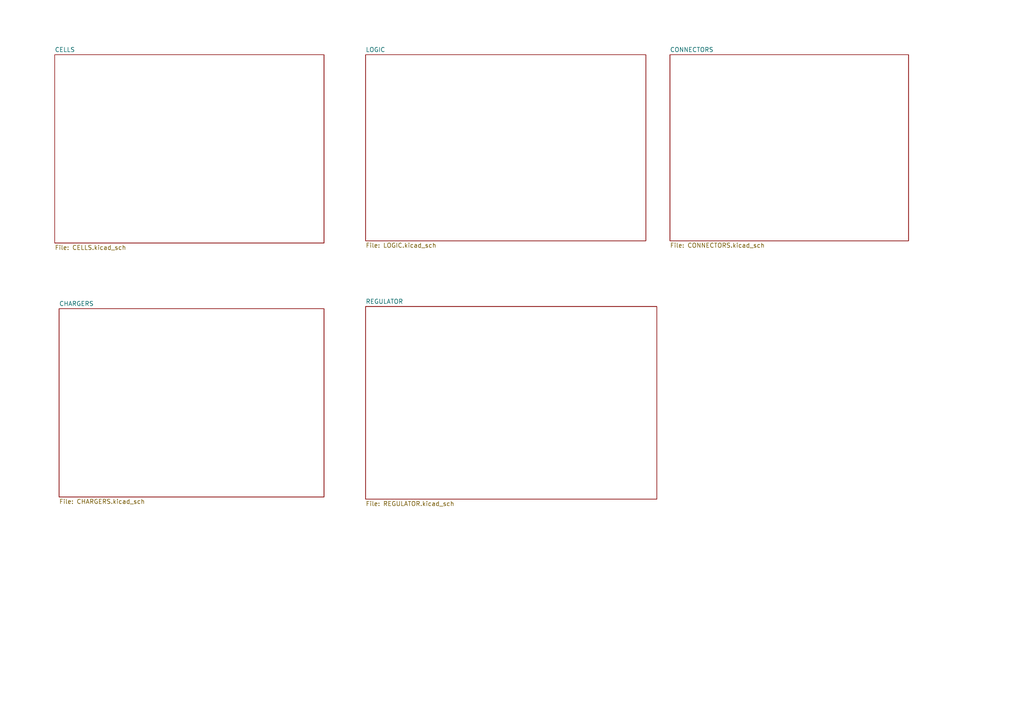
<source format=kicad_sch>
(kicad_sch (version 20211123) (generator eeschema)
  (paper "A4")
  (lib_symbols)
  (sheet (at 17.145 89.535) (size 76.835 54.61) (stroke (width 0.1524))
    (property "Sheet name" "CHARGERS" (at 17.145 88.8234 0) (effects (justify left bottom)))
    (property "Sheet file" "CHARGERS.kicad_sch" (at 17.145 144.7296 0) (effects (justify left top)))
  )
  (sheet (at 15.875 15.875) (size 78.105 54.61) (stroke (width 0.1524))
    (property "Sheet name" "CELLS" (at 15.875 15.1634 0) (effects (justify left bottom)))
    (property "Sheet file" "CELLS.kicad_sch" (at 15.875 71.0696 0) (effects (justify left top)))
  )
  (sheet (at 194.31 15.875) (size 69.215 53.975) (stroke (width 0.1524))
    (property "Sheet name" "CONNECTORS" (at 194.31 15.1634 0) (effects (justify left bottom)))
    (property "Sheet file" "CONNECTORS.kicad_sch" (at 194.31 70.4346 0) (effects (justify left top)))
  )
  (sheet (at 106.045 15.875) (size 81.28 53.975) (stroke (width 0.1524))
    (property "Sheet name" "LOGIC" (at 106.045 15.1634 0) (effects (justify left bottom)))
    (property "Sheet file" "LOGIC.kicad_sch" (at 106.045 70.4346 0) (effects (justify left top)))
  )
  (sheet (at 106.045 88.9) (size 84.455 55.88) (stroke (width 0.1524))
    (property "Sheet name" "REGULATOR" (at 106.045 88.1884 0) (effects (justify left bottom)))
    (property "Sheet file" "REGULATOR.kicad_sch" (at 106.045 145.3646 0) (effects (justify left top)))
  )
)
</source>
